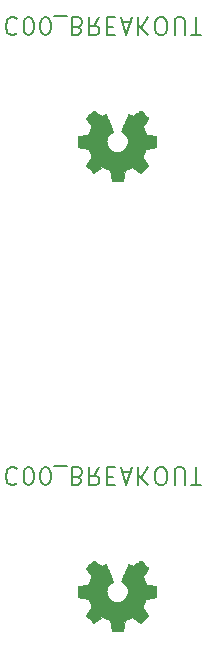
<source format=gbr>
G04 #@! TF.GenerationSoftware,KiCad,Pcbnew,5.1.5-52549c5~86~ubuntu18.04.1*
G04 #@! TF.CreationDate,2020-09-25T00:18:03-05:00*
G04 #@! TF.ProjectId,,58585858-5858-4585-9858-585858585858,rev?*
G04 #@! TF.SameCoordinates,Original*
G04 #@! TF.FileFunction,Legend,Bot*
G04 #@! TF.FilePolarity,Positive*
%FSLAX46Y46*%
G04 Gerber Fmt 4.6, Leading zero omitted, Abs format (unit mm)*
G04 Created by KiCad (PCBNEW 5.1.5-52549c5~86~ubuntu18.04.1) date 2020-09-25 00:18:03*
%MOMM*%
%LPD*%
G04 APERTURE LIST*
%ADD10C,0.150000*%
%ADD11C,0.010000*%
G04 APERTURE END LIST*
D10*
X96058400Y-70508085D02*
X95986971Y-70436657D01*
X95772685Y-70365228D01*
X95629828Y-70365228D01*
X95415542Y-70436657D01*
X95272685Y-70579514D01*
X95201257Y-70722371D01*
X95129828Y-71008085D01*
X95129828Y-71222371D01*
X95201257Y-71508085D01*
X95272685Y-71650942D01*
X95415542Y-71793800D01*
X95629828Y-71865228D01*
X95772685Y-71865228D01*
X95986971Y-71793800D01*
X96058400Y-71722371D01*
X96986971Y-71865228D02*
X97129828Y-71865228D01*
X97272685Y-71793800D01*
X97344114Y-71722371D01*
X97415542Y-71579514D01*
X97486971Y-71293800D01*
X97486971Y-70936657D01*
X97415542Y-70650942D01*
X97344114Y-70508085D01*
X97272685Y-70436657D01*
X97129828Y-70365228D01*
X96986971Y-70365228D01*
X96844114Y-70436657D01*
X96772685Y-70508085D01*
X96701257Y-70650942D01*
X96629828Y-70936657D01*
X96629828Y-71293800D01*
X96701257Y-71579514D01*
X96772685Y-71722371D01*
X96844114Y-71793800D01*
X96986971Y-71865228D01*
X98415542Y-71865228D02*
X98558400Y-71865228D01*
X98701257Y-71793800D01*
X98772685Y-71722371D01*
X98844114Y-71579514D01*
X98915542Y-71293800D01*
X98915542Y-70936657D01*
X98844114Y-70650942D01*
X98772685Y-70508085D01*
X98701257Y-70436657D01*
X98558400Y-70365228D01*
X98415542Y-70365228D01*
X98272685Y-70436657D01*
X98201257Y-70508085D01*
X98129828Y-70650942D01*
X98058400Y-70936657D01*
X98058400Y-71293800D01*
X98129828Y-71579514D01*
X98201257Y-71722371D01*
X98272685Y-71793800D01*
X98415542Y-71865228D01*
X99201257Y-70222371D02*
X100344114Y-70222371D01*
X101201257Y-71150942D02*
X101415542Y-71079514D01*
X101486971Y-71008085D01*
X101558400Y-70865228D01*
X101558400Y-70650942D01*
X101486971Y-70508085D01*
X101415542Y-70436657D01*
X101272685Y-70365228D01*
X100701257Y-70365228D01*
X100701257Y-71865228D01*
X101201257Y-71865228D01*
X101344114Y-71793800D01*
X101415542Y-71722371D01*
X101486971Y-71579514D01*
X101486971Y-71436657D01*
X101415542Y-71293800D01*
X101344114Y-71222371D01*
X101201257Y-71150942D01*
X100701257Y-71150942D01*
X103058400Y-70365228D02*
X102558400Y-71079514D01*
X102201257Y-70365228D02*
X102201257Y-71865228D01*
X102772685Y-71865228D01*
X102915542Y-71793800D01*
X102986971Y-71722371D01*
X103058400Y-71579514D01*
X103058400Y-71365228D01*
X102986971Y-71222371D01*
X102915542Y-71150942D01*
X102772685Y-71079514D01*
X102201257Y-71079514D01*
X103701257Y-71150942D02*
X104201257Y-71150942D01*
X104415542Y-70365228D02*
X103701257Y-70365228D01*
X103701257Y-71865228D01*
X104415542Y-71865228D01*
X104986971Y-70793800D02*
X105701257Y-70793800D01*
X104844114Y-70365228D02*
X105344114Y-71865228D01*
X105844114Y-70365228D01*
X106344114Y-70365228D02*
X106344114Y-71865228D01*
X107201257Y-70365228D02*
X106558400Y-71222371D01*
X107201257Y-71865228D02*
X106344114Y-71008085D01*
X108129828Y-71865228D02*
X108415542Y-71865228D01*
X108558400Y-71793800D01*
X108701257Y-71650942D01*
X108772685Y-71365228D01*
X108772685Y-70865228D01*
X108701257Y-70579514D01*
X108558400Y-70436657D01*
X108415542Y-70365228D01*
X108129828Y-70365228D01*
X107986971Y-70436657D01*
X107844114Y-70579514D01*
X107772685Y-70865228D01*
X107772685Y-71365228D01*
X107844114Y-71650942D01*
X107986971Y-71793800D01*
X108129828Y-71865228D01*
X109415542Y-71865228D02*
X109415542Y-70650942D01*
X109486971Y-70508085D01*
X109558400Y-70436657D01*
X109701257Y-70365228D01*
X109986971Y-70365228D01*
X110129828Y-70436657D01*
X110201257Y-70508085D01*
X110272685Y-70650942D01*
X110272685Y-71865228D01*
X110772685Y-71865228D02*
X111629828Y-71865228D01*
X111201257Y-70365228D02*
X111201257Y-71865228D01*
X96058400Y-32408085D02*
X95986971Y-32336657D01*
X95772685Y-32265228D01*
X95629828Y-32265228D01*
X95415542Y-32336657D01*
X95272685Y-32479514D01*
X95201257Y-32622371D01*
X95129828Y-32908085D01*
X95129828Y-33122371D01*
X95201257Y-33408085D01*
X95272685Y-33550942D01*
X95415542Y-33693800D01*
X95629828Y-33765228D01*
X95772685Y-33765228D01*
X95986971Y-33693800D01*
X96058400Y-33622371D01*
X96986971Y-33765228D02*
X97129828Y-33765228D01*
X97272685Y-33693800D01*
X97344114Y-33622371D01*
X97415542Y-33479514D01*
X97486971Y-33193800D01*
X97486971Y-32836657D01*
X97415542Y-32550942D01*
X97344114Y-32408085D01*
X97272685Y-32336657D01*
X97129828Y-32265228D01*
X96986971Y-32265228D01*
X96844114Y-32336657D01*
X96772685Y-32408085D01*
X96701257Y-32550942D01*
X96629828Y-32836657D01*
X96629828Y-33193800D01*
X96701257Y-33479514D01*
X96772685Y-33622371D01*
X96844114Y-33693800D01*
X96986971Y-33765228D01*
X98415542Y-33765228D02*
X98558400Y-33765228D01*
X98701257Y-33693800D01*
X98772685Y-33622371D01*
X98844114Y-33479514D01*
X98915542Y-33193800D01*
X98915542Y-32836657D01*
X98844114Y-32550942D01*
X98772685Y-32408085D01*
X98701257Y-32336657D01*
X98558400Y-32265228D01*
X98415542Y-32265228D01*
X98272685Y-32336657D01*
X98201257Y-32408085D01*
X98129828Y-32550942D01*
X98058400Y-32836657D01*
X98058400Y-33193800D01*
X98129828Y-33479514D01*
X98201257Y-33622371D01*
X98272685Y-33693800D01*
X98415542Y-33765228D01*
X99201257Y-32122371D02*
X100344114Y-32122371D01*
X101201257Y-33050942D02*
X101415542Y-32979514D01*
X101486971Y-32908085D01*
X101558400Y-32765228D01*
X101558400Y-32550942D01*
X101486971Y-32408085D01*
X101415542Y-32336657D01*
X101272685Y-32265228D01*
X100701257Y-32265228D01*
X100701257Y-33765228D01*
X101201257Y-33765228D01*
X101344114Y-33693800D01*
X101415542Y-33622371D01*
X101486971Y-33479514D01*
X101486971Y-33336657D01*
X101415542Y-33193800D01*
X101344114Y-33122371D01*
X101201257Y-33050942D01*
X100701257Y-33050942D01*
X103058400Y-32265228D02*
X102558400Y-32979514D01*
X102201257Y-32265228D02*
X102201257Y-33765228D01*
X102772685Y-33765228D01*
X102915542Y-33693800D01*
X102986971Y-33622371D01*
X103058400Y-33479514D01*
X103058400Y-33265228D01*
X102986971Y-33122371D01*
X102915542Y-33050942D01*
X102772685Y-32979514D01*
X102201257Y-32979514D01*
X103701257Y-33050942D02*
X104201257Y-33050942D01*
X104415542Y-32265228D02*
X103701257Y-32265228D01*
X103701257Y-33765228D01*
X104415542Y-33765228D01*
X104986971Y-32693800D02*
X105701257Y-32693800D01*
X104844114Y-32265228D02*
X105344114Y-33765228D01*
X105844114Y-32265228D01*
X106344114Y-32265228D02*
X106344114Y-33765228D01*
X107201257Y-32265228D02*
X106558400Y-33122371D01*
X107201257Y-33765228D02*
X106344114Y-32908085D01*
X108129828Y-33765228D02*
X108415542Y-33765228D01*
X108558400Y-33693800D01*
X108701257Y-33550942D01*
X108772685Y-33265228D01*
X108772685Y-32765228D01*
X108701257Y-32479514D01*
X108558400Y-32336657D01*
X108415542Y-32265228D01*
X108129828Y-32265228D01*
X107986971Y-32336657D01*
X107844114Y-32479514D01*
X107772685Y-32765228D01*
X107772685Y-33265228D01*
X107844114Y-33550942D01*
X107986971Y-33693800D01*
X108129828Y-33765228D01*
X109415542Y-33765228D02*
X109415542Y-32550942D01*
X109486971Y-32408085D01*
X109558400Y-32336657D01*
X109701257Y-32265228D01*
X109986971Y-32265228D01*
X110129828Y-32336657D01*
X110201257Y-32408085D01*
X110272685Y-32550942D01*
X110272685Y-33765228D01*
X110772685Y-33765228D02*
X111629828Y-33765228D01*
X111201257Y-32265228D02*
X111201257Y-33765228D01*
D11*
G36*
X105102214Y-83734869D02*
G01*
X105186035Y-83290245D01*
X105495320Y-83162747D01*
X105804606Y-83035249D01*
X106175646Y-83287554D01*
X106279557Y-83357804D01*
X106373487Y-83420528D01*
X106453052Y-83472862D01*
X106513870Y-83511943D01*
X106551557Y-83534907D01*
X106561821Y-83539858D01*
X106580310Y-83527124D01*
X106619820Y-83491918D01*
X106675922Y-83438738D01*
X106744187Y-83372082D01*
X106820186Y-83296446D01*
X106899492Y-83216328D01*
X106977675Y-83136226D01*
X107050307Y-83060636D01*
X107112959Y-82994055D01*
X107161203Y-82940982D01*
X107190610Y-82905913D01*
X107197641Y-82894177D01*
X107187523Y-82872540D01*
X107159159Y-82825138D01*
X107115529Y-82756607D01*
X107059618Y-82671585D01*
X106994406Y-82574707D01*
X106956619Y-82519450D01*
X106887743Y-82418552D01*
X106826540Y-82327501D01*
X106775978Y-82250830D01*
X106739028Y-82193072D01*
X106718658Y-82158757D01*
X106715597Y-82151546D01*
X106722536Y-82131052D01*
X106741451Y-82083287D01*
X106769487Y-82014968D01*
X106803791Y-81932811D01*
X106841509Y-81843530D01*
X106879787Y-81753842D01*
X106915770Y-81670462D01*
X106946606Y-81600106D01*
X106969439Y-81549490D01*
X106981417Y-81525329D01*
X106982124Y-81524378D01*
X107000931Y-81519764D01*
X107051018Y-81509472D01*
X107127193Y-81494513D01*
X107224265Y-81475899D01*
X107337043Y-81454641D01*
X107402842Y-81442382D01*
X107523350Y-81419438D01*
X107632197Y-81397605D01*
X107723876Y-81378078D01*
X107792881Y-81362052D01*
X107833704Y-81350721D01*
X107841911Y-81347126D01*
X107849948Y-81322794D01*
X107856433Y-81267841D01*
X107861370Y-81188692D01*
X107864764Y-81091774D01*
X107866618Y-80983513D01*
X107866938Y-80870335D01*
X107865727Y-80758665D01*
X107862990Y-80654932D01*
X107858731Y-80565559D01*
X107852955Y-80496974D01*
X107845667Y-80455603D01*
X107841295Y-80446990D01*
X107815164Y-80436667D01*
X107759793Y-80421908D01*
X107682507Y-80404448D01*
X107590630Y-80386020D01*
X107558558Y-80380059D01*
X107403924Y-80351734D01*
X107281775Y-80328924D01*
X107188073Y-80310720D01*
X107118784Y-80296217D01*
X107069871Y-80284508D01*
X107037297Y-80274685D01*
X107017028Y-80265844D01*
X107005026Y-80257076D01*
X107003347Y-80255343D01*
X106986584Y-80227429D01*
X106961014Y-80173105D01*
X106929188Y-80099023D01*
X106893660Y-80011835D01*
X106856983Y-79918192D01*
X106821711Y-79824748D01*
X106790396Y-79738153D01*
X106765593Y-79665060D01*
X106749854Y-79612122D01*
X106745732Y-79585989D01*
X106746076Y-79585074D01*
X106760041Y-79563714D01*
X106791722Y-79516716D01*
X106837791Y-79448973D01*
X106894918Y-79365377D01*
X106959773Y-79270818D01*
X106978243Y-79243946D01*
X107044099Y-79146525D01*
X107102050Y-79057637D01*
X107148938Y-78982388D01*
X107181607Y-78925880D01*
X107196900Y-78893219D01*
X107197641Y-78889207D01*
X107184792Y-78868116D01*
X107149288Y-78826336D01*
X107095693Y-78768355D01*
X107028571Y-78698665D01*
X106952487Y-78621755D01*
X106872004Y-78542117D01*
X106791687Y-78464239D01*
X106716099Y-78392614D01*
X106649805Y-78331730D01*
X106597369Y-78286079D01*
X106563355Y-78260150D01*
X106553945Y-78255917D01*
X106532043Y-78265888D01*
X106487200Y-78292780D01*
X106426721Y-78332064D01*
X106380189Y-78363683D01*
X106295875Y-78421702D01*
X106196026Y-78490016D01*
X106095873Y-78558221D01*
X106042027Y-78594725D01*
X105859771Y-78718000D01*
X105706781Y-78635280D01*
X105637082Y-78599041D01*
X105577814Y-78570874D01*
X105537711Y-78554809D01*
X105527503Y-78552574D01*
X105515229Y-78569078D01*
X105491013Y-78615718D01*
X105456663Y-78688191D01*
X105413988Y-78782194D01*
X105364794Y-78893426D01*
X105310890Y-79017585D01*
X105254084Y-79150368D01*
X105196182Y-79287473D01*
X105138993Y-79424598D01*
X105084324Y-79557442D01*
X105033984Y-79681702D01*
X104989780Y-79793075D01*
X104953519Y-79887261D01*
X104927009Y-79959956D01*
X104912058Y-80006859D01*
X104909654Y-80022967D01*
X104928711Y-80043514D01*
X104970436Y-80076867D01*
X105026106Y-80116098D01*
X105030778Y-80119201D01*
X105174664Y-80234377D01*
X105290683Y-80368747D01*
X105377830Y-80518016D01*
X105435099Y-80677887D01*
X105461486Y-80844063D01*
X105455985Y-81012248D01*
X105417590Y-81178145D01*
X105345295Y-81337458D01*
X105324026Y-81372313D01*
X105213396Y-81513063D01*
X105082702Y-81626086D01*
X104936464Y-81710797D01*
X104779208Y-81766606D01*
X104615457Y-81792926D01*
X104449733Y-81789170D01*
X104286562Y-81754750D01*
X104130465Y-81689077D01*
X103985967Y-81591565D01*
X103941269Y-81551987D01*
X103827512Y-81428097D01*
X103744618Y-81297676D01*
X103687756Y-81151485D01*
X103656087Y-81006712D01*
X103648269Y-80843940D01*
X103674338Y-80680360D01*
X103731645Y-80521502D01*
X103817544Y-80372894D01*
X103929386Y-80240065D01*
X104064523Y-80128544D01*
X104082283Y-80116789D01*
X104138550Y-80078292D01*
X104181323Y-80044937D01*
X104201772Y-80023640D01*
X104202069Y-80022967D01*
X104197679Y-79999929D01*
X104180276Y-79947643D01*
X104151668Y-79870410D01*
X104113665Y-79772532D01*
X104068074Y-79658309D01*
X104016703Y-79532042D01*
X103961362Y-79398033D01*
X103903858Y-79260582D01*
X103846001Y-79123992D01*
X103789598Y-78992563D01*
X103736458Y-78870595D01*
X103688390Y-78762391D01*
X103647201Y-78672251D01*
X103614701Y-78604477D01*
X103592697Y-78563370D01*
X103583836Y-78552574D01*
X103556760Y-78560981D01*
X103506097Y-78583528D01*
X103440583Y-78616187D01*
X103404559Y-78635280D01*
X103251568Y-78718000D01*
X103069312Y-78594725D01*
X102976275Y-78531572D01*
X102874415Y-78462073D01*
X102778962Y-78396635D01*
X102731150Y-78363683D01*
X102663905Y-78318527D01*
X102606964Y-78282743D01*
X102567754Y-78260862D01*
X102555019Y-78256237D01*
X102536483Y-78268715D01*
X102495459Y-78303548D01*
X102435925Y-78357122D01*
X102361858Y-78425817D01*
X102277235Y-78506019D01*
X102223715Y-78557514D01*
X102130081Y-78649514D01*
X102049159Y-78731801D01*
X101984223Y-78800855D01*
X101938542Y-78853156D01*
X101915389Y-78885184D01*
X101913168Y-78891684D01*
X101923476Y-78916406D01*
X101951961Y-78966395D01*
X101995463Y-79036588D01*
X102050823Y-79121925D01*
X102114880Y-79217344D01*
X102133097Y-79243946D01*
X102199473Y-79340633D01*
X102259022Y-79427683D01*
X102308416Y-79500205D01*
X102344325Y-79553307D01*
X102363419Y-79582097D01*
X102365264Y-79585074D01*
X102362505Y-79608018D01*
X102347862Y-79658464D01*
X102323887Y-79729759D01*
X102293134Y-79815253D01*
X102258156Y-79908293D01*
X102221507Y-80002226D01*
X102185739Y-80090401D01*
X102153406Y-80166166D01*
X102127062Y-80222869D01*
X102109258Y-80253857D01*
X102107993Y-80255343D01*
X102097106Y-80264199D01*
X102078718Y-80272957D01*
X102048794Y-80282523D01*
X102003297Y-80293804D01*
X101938191Y-80307707D01*
X101849439Y-80325137D01*
X101733007Y-80347002D01*
X101584858Y-80374209D01*
X101552782Y-80380059D01*
X101457714Y-80398426D01*
X101374835Y-80416395D01*
X101311470Y-80432231D01*
X101274942Y-80444200D01*
X101270044Y-80446990D01*
X101261973Y-80471728D01*
X101255413Y-80527010D01*
X101250367Y-80606411D01*
X101246841Y-80703504D01*
X101244839Y-80811862D01*
X101244364Y-80925060D01*
X101245423Y-81036672D01*
X101248018Y-81140271D01*
X101252154Y-81229432D01*
X101257837Y-81297728D01*
X101265069Y-81338734D01*
X101269429Y-81347126D01*
X101293702Y-81355592D01*
X101348974Y-81369365D01*
X101429738Y-81387250D01*
X101530488Y-81408052D01*
X101645717Y-81430577D01*
X101708498Y-81442382D01*
X101827613Y-81464649D01*
X101933835Y-81484821D01*
X102021973Y-81501885D01*
X102086834Y-81514831D01*
X102123226Y-81522645D01*
X102129216Y-81524378D01*
X102139339Y-81543910D01*
X102160738Y-81590957D01*
X102190561Y-81658797D01*
X102225955Y-81740709D01*
X102264068Y-81829972D01*
X102302047Y-81919865D01*
X102337040Y-82003665D01*
X102366194Y-82074653D01*
X102386657Y-82126106D01*
X102395577Y-82151303D01*
X102395743Y-82152404D01*
X102385631Y-82172281D01*
X102357283Y-82218023D01*
X102313677Y-82285083D01*
X102257794Y-82368916D01*
X102192613Y-82464974D01*
X102154721Y-82520150D01*
X102085675Y-82621319D01*
X102024350Y-82713170D01*
X101973737Y-82791056D01*
X101936829Y-82850331D01*
X101916618Y-82886349D01*
X101913699Y-82894423D01*
X101926247Y-82913216D01*
X101960937Y-82953343D01*
X102013337Y-83010307D01*
X102079016Y-83079615D01*
X102153544Y-83156769D01*
X102232487Y-83237275D01*
X102311417Y-83316637D01*
X102385900Y-83390360D01*
X102451506Y-83453948D01*
X102503804Y-83502906D01*
X102538361Y-83532739D01*
X102549922Y-83539858D01*
X102568746Y-83529847D01*
X102613769Y-83501722D01*
X102680613Y-83458346D01*
X102764901Y-83402582D01*
X102862256Y-83337294D01*
X102935693Y-83287554D01*
X103306733Y-83035249D01*
X103925305Y-83290245D01*
X104009125Y-83734869D01*
X104092946Y-84179493D01*
X105018394Y-84179493D01*
X105102214Y-83734869D01*
G37*
X105102214Y-83734869D02*
X105186035Y-83290245D01*
X105495320Y-83162747D01*
X105804606Y-83035249D01*
X106175646Y-83287554D01*
X106279557Y-83357804D01*
X106373487Y-83420528D01*
X106453052Y-83472862D01*
X106513870Y-83511943D01*
X106551557Y-83534907D01*
X106561821Y-83539858D01*
X106580310Y-83527124D01*
X106619820Y-83491918D01*
X106675922Y-83438738D01*
X106744187Y-83372082D01*
X106820186Y-83296446D01*
X106899492Y-83216328D01*
X106977675Y-83136226D01*
X107050307Y-83060636D01*
X107112959Y-82994055D01*
X107161203Y-82940982D01*
X107190610Y-82905913D01*
X107197641Y-82894177D01*
X107187523Y-82872540D01*
X107159159Y-82825138D01*
X107115529Y-82756607D01*
X107059618Y-82671585D01*
X106994406Y-82574707D01*
X106956619Y-82519450D01*
X106887743Y-82418552D01*
X106826540Y-82327501D01*
X106775978Y-82250830D01*
X106739028Y-82193072D01*
X106718658Y-82158757D01*
X106715597Y-82151546D01*
X106722536Y-82131052D01*
X106741451Y-82083287D01*
X106769487Y-82014968D01*
X106803791Y-81932811D01*
X106841509Y-81843530D01*
X106879787Y-81753842D01*
X106915770Y-81670462D01*
X106946606Y-81600106D01*
X106969439Y-81549490D01*
X106981417Y-81525329D01*
X106982124Y-81524378D01*
X107000931Y-81519764D01*
X107051018Y-81509472D01*
X107127193Y-81494513D01*
X107224265Y-81475899D01*
X107337043Y-81454641D01*
X107402842Y-81442382D01*
X107523350Y-81419438D01*
X107632197Y-81397605D01*
X107723876Y-81378078D01*
X107792881Y-81362052D01*
X107833704Y-81350721D01*
X107841911Y-81347126D01*
X107849948Y-81322794D01*
X107856433Y-81267841D01*
X107861370Y-81188692D01*
X107864764Y-81091774D01*
X107866618Y-80983513D01*
X107866938Y-80870335D01*
X107865727Y-80758665D01*
X107862990Y-80654932D01*
X107858731Y-80565559D01*
X107852955Y-80496974D01*
X107845667Y-80455603D01*
X107841295Y-80446990D01*
X107815164Y-80436667D01*
X107759793Y-80421908D01*
X107682507Y-80404448D01*
X107590630Y-80386020D01*
X107558558Y-80380059D01*
X107403924Y-80351734D01*
X107281775Y-80328924D01*
X107188073Y-80310720D01*
X107118784Y-80296217D01*
X107069871Y-80284508D01*
X107037297Y-80274685D01*
X107017028Y-80265844D01*
X107005026Y-80257076D01*
X107003347Y-80255343D01*
X106986584Y-80227429D01*
X106961014Y-80173105D01*
X106929188Y-80099023D01*
X106893660Y-80011835D01*
X106856983Y-79918192D01*
X106821711Y-79824748D01*
X106790396Y-79738153D01*
X106765593Y-79665060D01*
X106749854Y-79612122D01*
X106745732Y-79585989D01*
X106746076Y-79585074D01*
X106760041Y-79563714D01*
X106791722Y-79516716D01*
X106837791Y-79448973D01*
X106894918Y-79365377D01*
X106959773Y-79270818D01*
X106978243Y-79243946D01*
X107044099Y-79146525D01*
X107102050Y-79057637D01*
X107148938Y-78982388D01*
X107181607Y-78925880D01*
X107196900Y-78893219D01*
X107197641Y-78889207D01*
X107184792Y-78868116D01*
X107149288Y-78826336D01*
X107095693Y-78768355D01*
X107028571Y-78698665D01*
X106952487Y-78621755D01*
X106872004Y-78542117D01*
X106791687Y-78464239D01*
X106716099Y-78392614D01*
X106649805Y-78331730D01*
X106597369Y-78286079D01*
X106563355Y-78260150D01*
X106553945Y-78255917D01*
X106532043Y-78265888D01*
X106487200Y-78292780D01*
X106426721Y-78332064D01*
X106380189Y-78363683D01*
X106295875Y-78421702D01*
X106196026Y-78490016D01*
X106095873Y-78558221D01*
X106042027Y-78594725D01*
X105859771Y-78718000D01*
X105706781Y-78635280D01*
X105637082Y-78599041D01*
X105577814Y-78570874D01*
X105537711Y-78554809D01*
X105527503Y-78552574D01*
X105515229Y-78569078D01*
X105491013Y-78615718D01*
X105456663Y-78688191D01*
X105413988Y-78782194D01*
X105364794Y-78893426D01*
X105310890Y-79017585D01*
X105254084Y-79150368D01*
X105196182Y-79287473D01*
X105138993Y-79424598D01*
X105084324Y-79557442D01*
X105033984Y-79681702D01*
X104989780Y-79793075D01*
X104953519Y-79887261D01*
X104927009Y-79959956D01*
X104912058Y-80006859D01*
X104909654Y-80022967D01*
X104928711Y-80043514D01*
X104970436Y-80076867D01*
X105026106Y-80116098D01*
X105030778Y-80119201D01*
X105174664Y-80234377D01*
X105290683Y-80368747D01*
X105377830Y-80518016D01*
X105435099Y-80677887D01*
X105461486Y-80844063D01*
X105455985Y-81012248D01*
X105417590Y-81178145D01*
X105345295Y-81337458D01*
X105324026Y-81372313D01*
X105213396Y-81513063D01*
X105082702Y-81626086D01*
X104936464Y-81710797D01*
X104779208Y-81766606D01*
X104615457Y-81792926D01*
X104449733Y-81789170D01*
X104286562Y-81754750D01*
X104130465Y-81689077D01*
X103985967Y-81591565D01*
X103941269Y-81551987D01*
X103827512Y-81428097D01*
X103744618Y-81297676D01*
X103687756Y-81151485D01*
X103656087Y-81006712D01*
X103648269Y-80843940D01*
X103674338Y-80680360D01*
X103731645Y-80521502D01*
X103817544Y-80372894D01*
X103929386Y-80240065D01*
X104064523Y-80128544D01*
X104082283Y-80116789D01*
X104138550Y-80078292D01*
X104181323Y-80044937D01*
X104201772Y-80023640D01*
X104202069Y-80022967D01*
X104197679Y-79999929D01*
X104180276Y-79947643D01*
X104151668Y-79870410D01*
X104113665Y-79772532D01*
X104068074Y-79658309D01*
X104016703Y-79532042D01*
X103961362Y-79398033D01*
X103903858Y-79260582D01*
X103846001Y-79123992D01*
X103789598Y-78992563D01*
X103736458Y-78870595D01*
X103688390Y-78762391D01*
X103647201Y-78672251D01*
X103614701Y-78604477D01*
X103592697Y-78563370D01*
X103583836Y-78552574D01*
X103556760Y-78560981D01*
X103506097Y-78583528D01*
X103440583Y-78616187D01*
X103404559Y-78635280D01*
X103251568Y-78718000D01*
X103069312Y-78594725D01*
X102976275Y-78531572D01*
X102874415Y-78462073D01*
X102778962Y-78396635D01*
X102731150Y-78363683D01*
X102663905Y-78318527D01*
X102606964Y-78282743D01*
X102567754Y-78260862D01*
X102555019Y-78256237D01*
X102536483Y-78268715D01*
X102495459Y-78303548D01*
X102435925Y-78357122D01*
X102361858Y-78425817D01*
X102277235Y-78506019D01*
X102223715Y-78557514D01*
X102130081Y-78649514D01*
X102049159Y-78731801D01*
X101984223Y-78800855D01*
X101938542Y-78853156D01*
X101915389Y-78885184D01*
X101913168Y-78891684D01*
X101923476Y-78916406D01*
X101951961Y-78966395D01*
X101995463Y-79036588D01*
X102050823Y-79121925D01*
X102114880Y-79217344D01*
X102133097Y-79243946D01*
X102199473Y-79340633D01*
X102259022Y-79427683D01*
X102308416Y-79500205D01*
X102344325Y-79553307D01*
X102363419Y-79582097D01*
X102365264Y-79585074D01*
X102362505Y-79608018D01*
X102347862Y-79658464D01*
X102323887Y-79729759D01*
X102293134Y-79815253D01*
X102258156Y-79908293D01*
X102221507Y-80002226D01*
X102185739Y-80090401D01*
X102153406Y-80166166D01*
X102127062Y-80222869D01*
X102109258Y-80253857D01*
X102107993Y-80255343D01*
X102097106Y-80264199D01*
X102078718Y-80272957D01*
X102048794Y-80282523D01*
X102003297Y-80293804D01*
X101938191Y-80307707D01*
X101849439Y-80325137D01*
X101733007Y-80347002D01*
X101584858Y-80374209D01*
X101552782Y-80380059D01*
X101457714Y-80398426D01*
X101374835Y-80416395D01*
X101311470Y-80432231D01*
X101274942Y-80444200D01*
X101270044Y-80446990D01*
X101261973Y-80471728D01*
X101255413Y-80527010D01*
X101250367Y-80606411D01*
X101246841Y-80703504D01*
X101244839Y-80811862D01*
X101244364Y-80925060D01*
X101245423Y-81036672D01*
X101248018Y-81140271D01*
X101252154Y-81229432D01*
X101257837Y-81297728D01*
X101265069Y-81338734D01*
X101269429Y-81347126D01*
X101293702Y-81355592D01*
X101348974Y-81369365D01*
X101429738Y-81387250D01*
X101530488Y-81408052D01*
X101645717Y-81430577D01*
X101708498Y-81442382D01*
X101827613Y-81464649D01*
X101933835Y-81484821D01*
X102021973Y-81501885D01*
X102086834Y-81514831D01*
X102123226Y-81522645D01*
X102129216Y-81524378D01*
X102139339Y-81543910D01*
X102160738Y-81590957D01*
X102190561Y-81658797D01*
X102225955Y-81740709D01*
X102264068Y-81829972D01*
X102302047Y-81919865D01*
X102337040Y-82003665D01*
X102366194Y-82074653D01*
X102386657Y-82126106D01*
X102395577Y-82151303D01*
X102395743Y-82152404D01*
X102385631Y-82172281D01*
X102357283Y-82218023D01*
X102313677Y-82285083D01*
X102257794Y-82368916D01*
X102192613Y-82464974D01*
X102154721Y-82520150D01*
X102085675Y-82621319D01*
X102024350Y-82713170D01*
X101973737Y-82791056D01*
X101936829Y-82850331D01*
X101916618Y-82886349D01*
X101913699Y-82894423D01*
X101926247Y-82913216D01*
X101960937Y-82953343D01*
X102013337Y-83010307D01*
X102079016Y-83079615D01*
X102153544Y-83156769D01*
X102232487Y-83237275D01*
X102311417Y-83316637D01*
X102385900Y-83390360D01*
X102451506Y-83453948D01*
X102503804Y-83502906D01*
X102538361Y-83532739D01*
X102549922Y-83539858D01*
X102568746Y-83529847D01*
X102613769Y-83501722D01*
X102680613Y-83458346D01*
X102764901Y-83402582D01*
X102862256Y-83337294D01*
X102935693Y-83287554D01*
X103306733Y-83035249D01*
X103925305Y-83290245D01*
X104009125Y-83734869D01*
X104092946Y-84179493D01*
X105018394Y-84179493D01*
X105102214Y-83734869D01*
G36*
X105102214Y-45634869D02*
G01*
X105186035Y-45190245D01*
X105495320Y-45062747D01*
X105804606Y-44935249D01*
X106175646Y-45187554D01*
X106279557Y-45257804D01*
X106373487Y-45320528D01*
X106453052Y-45372862D01*
X106513870Y-45411943D01*
X106551557Y-45434907D01*
X106561821Y-45439858D01*
X106580310Y-45427124D01*
X106619820Y-45391918D01*
X106675922Y-45338738D01*
X106744187Y-45272082D01*
X106820186Y-45196446D01*
X106899492Y-45116328D01*
X106977675Y-45036226D01*
X107050307Y-44960636D01*
X107112959Y-44894055D01*
X107161203Y-44840982D01*
X107190610Y-44805913D01*
X107197641Y-44794177D01*
X107187523Y-44772540D01*
X107159159Y-44725138D01*
X107115529Y-44656607D01*
X107059618Y-44571585D01*
X106994406Y-44474707D01*
X106956619Y-44419450D01*
X106887743Y-44318552D01*
X106826540Y-44227501D01*
X106775978Y-44150830D01*
X106739028Y-44093072D01*
X106718658Y-44058757D01*
X106715597Y-44051546D01*
X106722536Y-44031052D01*
X106741451Y-43983287D01*
X106769487Y-43914968D01*
X106803791Y-43832811D01*
X106841509Y-43743530D01*
X106879787Y-43653842D01*
X106915770Y-43570462D01*
X106946606Y-43500106D01*
X106969439Y-43449490D01*
X106981417Y-43425329D01*
X106982124Y-43424378D01*
X107000931Y-43419764D01*
X107051018Y-43409472D01*
X107127193Y-43394513D01*
X107224265Y-43375899D01*
X107337043Y-43354641D01*
X107402842Y-43342382D01*
X107523350Y-43319438D01*
X107632197Y-43297605D01*
X107723876Y-43278078D01*
X107792881Y-43262052D01*
X107833704Y-43250721D01*
X107841911Y-43247126D01*
X107849948Y-43222794D01*
X107856433Y-43167841D01*
X107861370Y-43088692D01*
X107864764Y-42991774D01*
X107866618Y-42883513D01*
X107866938Y-42770335D01*
X107865727Y-42658665D01*
X107862990Y-42554932D01*
X107858731Y-42465559D01*
X107852955Y-42396974D01*
X107845667Y-42355603D01*
X107841295Y-42346990D01*
X107815164Y-42336667D01*
X107759793Y-42321908D01*
X107682507Y-42304448D01*
X107590630Y-42286020D01*
X107558558Y-42280059D01*
X107403924Y-42251734D01*
X107281775Y-42228924D01*
X107188073Y-42210720D01*
X107118784Y-42196217D01*
X107069871Y-42184508D01*
X107037297Y-42174685D01*
X107017028Y-42165844D01*
X107005026Y-42157076D01*
X107003347Y-42155343D01*
X106986584Y-42127429D01*
X106961014Y-42073105D01*
X106929188Y-41999023D01*
X106893660Y-41911835D01*
X106856983Y-41818192D01*
X106821711Y-41724748D01*
X106790396Y-41638153D01*
X106765593Y-41565060D01*
X106749854Y-41512122D01*
X106745732Y-41485989D01*
X106746076Y-41485074D01*
X106760041Y-41463714D01*
X106791722Y-41416716D01*
X106837791Y-41348973D01*
X106894918Y-41265377D01*
X106959773Y-41170818D01*
X106978243Y-41143946D01*
X107044099Y-41046525D01*
X107102050Y-40957637D01*
X107148938Y-40882388D01*
X107181607Y-40825880D01*
X107196900Y-40793219D01*
X107197641Y-40789207D01*
X107184792Y-40768116D01*
X107149288Y-40726336D01*
X107095693Y-40668355D01*
X107028571Y-40598665D01*
X106952487Y-40521755D01*
X106872004Y-40442117D01*
X106791687Y-40364239D01*
X106716099Y-40292614D01*
X106649805Y-40231730D01*
X106597369Y-40186079D01*
X106563355Y-40160150D01*
X106553945Y-40155917D01*
X106532043Y-40165888D01*
X106487200Y-40192780D01*
X106426721Y-40232064D01*
X106380189Y-40263683D01*
X106295875Y-40321702D01*
X106196026Y-40390016D01*
X106095873Y-40458221D01*
X106042027Y-40494725D01*
X105859771Y-40618000D01*
X105706781Y-40535280D01*
X105637082Y-40499041D01*
X105577814Y-40470874D01*
X105537711Y-40454809D01*
X105527503Y-40452574D01*
X105515229Y-40469078D01*
X105491013Y-40515718D01*
X105456663Y-40588191D01*
X105413988Y-40682194D01*
X105364794Y-40793426D01*
X105310890Y-40917585D01*
X105254084Y-41050368D01*
X105196182Y-41187473D01*
X105138993Y-41324598D01*
X105084324Y-41457442D01*
X105033984Y-41581702D01*
X104989780Y-41693075D01*
X104953519Y-41787261D01*
X104927009Y-41859956D01*
X104912058Y-41906859D01*
X104909654Y-41922967D01*
X104928711Y-41943514D01*
X104970436Y-41976867D01*
X105026106Y-42016098D01*
X105030778Y-42019201D01*
X105174664Y-42134377D01*
X105290683Y-42268747D01*
X105377830Y-42418016D01*
X105435099Y-42577887D01*
X105461486Y-42744063D01*
X105455985Y-42912248D01*
X105417590Y-43078145D01*
X105345295Y-43237458D01*
X105324026Y-43272313D01*
X105213396Y-43413063D01*
X105082702Y-43526086D01*
X104936464Y-43610797D01*
X104779208Y-43666606D01*
X104615457Y-43692926D01*
X104449733Y-43689170D01*
X104286562Y-43654750D01*
X104130465Y-43589077D01*
X103985967Y-43491565D01*
X103941269Y-43451987D01*
X103827512Y-43328097D01*
X103744618Y-43197676D01*
X103687756Y-43051485D01*
X103656087Y-42906712D01*
X103648269Y-42743940D01*
X103674338Y-42580360D01*
X103731645Y-42421502D01*
X103817544Y-42272894D01*
X103929386Y-42140065D01*
X104064523Y-42028544D01*
X104082283Y-42016789D01*
X104138550Y-41978292D01*
X104181323Y-41944937D01*
X104201772Y-41923640D01*
X104202069Y-41922967D01*
X104197679Y-41899929D01*
X104180276Y-41847643D01*
X104151668Y-41770410D01*
X104113665Y-41672532D01*
X104068074Y-41558309D01*
X104016703Y-41432042D01*
X103961362Y-41298033D01*
X103903858Y-41160582D01*
X103846001Y-41023992D01*
X103789598Y-40892563D01*
X103736458Y-40770595D01*
X103688390Y-40662391D01*
X103647201Y-40572251D01*
X103614701Y-40504477D01*
X103592697Y-40463370D01*
X103583836Y-40452574D01*
X103556760Y-40460981D01*
X103506097Y-40483528D01*
X103440583Y-40516187D01*
X103404559Y-40535280D01*
X103251568Y-40618000D01*
X103069312Y-40494725D01*
X102976275Y-40431572D01*
X102874415Y-40362073D01*
X102778962Y-40296635D01*
X102731150Y-40263683D01*
X102663905Y-40218527D01*
X102606964Y-40182743D01*
X102567754Y-40160862D01*
X102555019Y-40156237D01*
X102536483Y-40168715D01*
X102495459Y-40203548D01*
X102435925Y-40257122D01*
X102361858Y-40325817D01*
X102277235Y-40406019D01*
X102223715Y-40457514D01*
X102130081Y-40549514D01*
X102049159Y-40631801D01*
X101984223Y-40700855D01*
X101938542Y-40753156D01*
X101915389Y-40785184D01*
X101913168Y-40791684D01*
X101923476Y-40816406D01*
X101951961Y-40866395D01*
X101995463Y-40936588D01*
X102050823Y-41021925D01*
X102114880Y-41117344D01*
X102133097Y-41143946D01*
X102199473Y-41240633D01*
X102259022Y-41327683D01*
X102308416Y-41400205D01*
X102344325Y-41453307D01*
X102363419Y-41482097D01*
X102365264Y-41485074D01*
X102362505Y-41508018D01*
X102347862Y-41558464D01*
X102323887Y-41629759D01*
X102293134Y-41715253D01*
X102258156Y-41808293D01*
X102221507Y-41902226D01*
X102185739Y-41990401D01*
X102153406Y-42066166D01*
X102127062Y-42122869D01*
X102109258Y-42153857D01*
X102107993Y-42155343D01*
X102097106Y-42164199D01*
X102078718Y-42172957D01*
X102048794Y-42182523D01*
X102003297Y-42193804D01*
X101938191Y-42207707D01*
X101849439Y-42225137D01*
X101733007Y-42247002D01*
X101584858Y-42274209D01*
X101552782Y-42280059D01*
X101457714Y-42298426D01*
X101374835Y-42316395D01*
X101311470Y-42332231D01*
X101274942Y-42344200D01*
X101270044Y-42346990D01*
X101261973Y-42371728D01*
X101255413Y-42427010D01*
X101250367Y-42506411D01*
X101246841Y-42603504D01*
X101244839Y-42711862D01*
X101244364Y-42825060D01*
X101245423Y-42936672D01*
X101248018Y-43040271D01*
X101252154Y-43129432D01*
X101257837Y-43197728D01*
X101265069Y-43238734D01*
X101269429Y-43247126D01*
X101293702Y-43255592D01*
X101348974Y-43269365D01*
X101429738Y-43287250D01*
X101530488Y-43308052D01*
X101645717Y-43330577D01*
X101708498Y-43342382D01*
X101827613Y-43364649D01*
X101933835Y-43384821D01*
X102021973Y-43401885D01*
X102086834Y-43414831D01*
X102123226Y-43422645D01*
X102129216Y-43424378D01*
X102139339Y-43443910D01*
X102160738Y-43490957D01*
X102190561Y-43558797D01*
X102225955Y-43640709D01*
X102264068Y-43729972D01*
X102302047Y-43819865D01*
X102337040Y-43903665D01*
X102366194Y-43974653D01*
X102386657Y-44026106D01*
X102395577Y-44051303D01*
X102395743Y-44052404D01*
X102385631Y-44072281D01*
X102357283Y-44118023D01*
X102313677Y-44185083D01*
X102257794Y-44268916D01*
X102192613Y-44364974D01*
X102154721Y-44420150D01*
X102085675Y-44521319D01*
X102024350Y-44613170D01*
X101973737Y-44691056D01*
X101936829Y-44750331D01*
X101916618Y-44786349D01*
X101913699Y-44794423D01*
X101926247Y-44813216D01*
X101960937Y-44853343D01*
X102013337Y-44910307D01*
X102079016Y-44979615D01*
X102153544Y-45056769D01*
X102232487Y-45137275D01*
X102311417Y-45216637D01*
X102385900Y-45290360D01*
X102451506Y-45353948D01*
X102503804Y-45402906D01*
X102538361Y-45432739D01*
X102549922Y-45439858D01*
X102568746Y-45429847D01*
X102613769Y-45401722D01*
X102680613Y-45358346D01*
X102764901Y-45302582D01*
X102862256Y-45237294D01*
X102935693Y-45187554D01*
X103306733Y-44935249D01*
X103925305Y-45190245D01*
X104009125Y-45634869D01*
X104092946Y-46079493D01*
X105018394Y-46079493D01*
X105102214Y-45634869D01*
G37*
X105102214Y-45634869D02*
X105186035Y-45190245D01*
X105495320Y-45062747D01*
X105804606Y-44935249D01*
X106175646Y-45187554D01*
X106279557Y-45257804D01*
X106373487Y-45320528D01*
X106453052Y-45372862D01*
X106513870Y-45411943D01*
X106551557Y-45434907D01*
X106561821Y-45439858D01*
X106580310Y-45427124D01*
X106619820Y-45391918D01*
X106675922Y-45338738D01*
X106744187Y-45272082D01*
X106820186Y-45196446D01*
X106899492Y-45116328D01*
X106977675Y-45036226D01*
X107050307Y-44960636D01*
X107112959Y-44894055D01*
X107161203Y-44840982D01*
X107190610Y-44805913D01*
X107197641Y-44794177D01*
X107187523Y-44772540D01*
X107159159Y-44725138D01*
X107115529Y-44656607D01*
X107059618Y-44571585D01*
X106994406Y-44474707D01*
X106956619Y-44419450D01*
X106887743Y-44318552D01*
X106826540Y-44227501D01*
X106775978Y-44150830D01*
X106739028Y-44093072D01*
X106718658Y-44058757D01*
X106715597Y-44051546D01*
X106722536Y-44031052D01*
X106741451Y-43983287D01*
X106769487Y-43914968D01*
X106803791Y-43832811D01*
X106841509Y-43743530D01*
X106879787Y-43653842D01*
X106915770Y-43570462D01*
X106946606Y-43500106D01*
X106969439Y-43449490D01*
X106981417Y-43425329D01*
X106982124Y-43424378D01*
X107000931Y-43419764D01*
X107051018Y-43409472D01*
X107127193Y-43394513D01*
X107224265Y-43375899D01*
X107337043Y-43354641D01*
X107402842Y-43342382D01*
X107523350Y-43319438D01*
X107632197Y-43297605D01*
X107723876Y-43278078D01*
X107792881Y-43262052D01*
X107833704Y-43250721D01*
X107841911Y-43247126D01*
X107849948Y-43222794D01*
X107856433Y-43167841D01*
X107861370Y-43088692D01*
X107864764Y-42991774D01*
X107866618Y-42883513D01*
X107866938Y-42770335D01*
X107865727Y-42658665D01*
X107862990Y-42554932D01*
X107858731Y-42465559D01*
X107852955Y-42396974D01*
X107845667Y-42355603D01*
X107841295Y-42346990D01*
X107815164Y-42336667D01*
X107759793Y-42321908D01*
X107682507Y-42304448D01*
X107590630Y-42286020D01*
X107558558Y-42280059D01*
X107403924Y-42251734D01*
X107281775Y-42228924D01*
X107188073Y-42210720D01*
X107118784Y-42196217D01*
X107069871Y-42184508D01*
X107037297Y-42174685D01*
X107017028Y-42165844D01*
X107005026Y-42157076D01*
X107003347Y-42155343D01*
X106986584Y-42127429D01*
X106961014Y-42073105D01*
X106929188Y-41999023D01*
X106893660Y-41911835D01*
X106856983Y-41818192D01*
X106821711Y-41724748D01*
X106790396Y-41638153D01*
X106765593Y-41565060D01*
X106749854Y-41512122D01*
X106745732Y-41485989D01*
X106746076Y-41485074D01*
X106760041Y-41463714D01*
X106791722Y-41416716D01*
X106837791Y-41348973D01*
X106894918Y-41265377D01*
X106959773Y-41170818D01*
X106978243Y-41143946D01*
X107044099Y-41046525D01*
X107102050Y-40957637D01*
X107148938Y-40882388D01*
X107181607Y-40825880D01*
X107196900Y-40793219D01*
X107197641Y-40789207D01*
X107184792Y-40768116D01*
X107149288Y-40726336D01*
X107095693Y-40668355D01*
X107028571Y-40598665D01*
X106952487Y-40521755D01*
X106872004Y-40442117D01*
X106791687Y-40364239D01*
X106716099Y-40292614D01*
X106649805Y-40231730D01*
X106597369Y-40186079D01*
X106563355Y-40160150D01*
X106553945Y-40155917D01*
X106532043Y-40165888D01*
X106487200Y-40192780D01*
X106426721Y-40232064D01*
X106380189Y-40263683D01*
X106295875Y-40321702D01*
X106196026Y-40390016D01*
X106095873Y-40458221D01*
X106042027Y-40494725D01*
X105859771Y-40618000D01*
X105706781Y-40535280D01*
X105637082Y-40499041D01*
X105577814Y-40470874D01*
X105537711Y-40454809D01*
X105527503Y-40452574D01*
X105515229Y-40469078D01*
X105491013Y-40515718D01*
X105456663Y-40588191D01*
X105413988Y-40682194D01*
X105364794Y-40793426D01*
X105310890Y-40917585D01*
X105254084Y-41050368D01*
X105196182Y-41187473D01*
X105138993Y-41324598D01*
X105084324Y-41457442D01*
X105033984Y-41581702D01*
X104989780Y-41693075D01*
X104953519Y-41787261D01*
X104927009Y-41859956D01*
X104912058Y-41906859D01*
X104909654Y-41922967D01*
X104928711Y-41943514D01*
X104970436Y-41976867D01*
X105026106Y-42016098D01*
X105030778Y-42019201D01*
X105174664Y-42134377D01*
X105290683Y-42268747D01*
X105377830Y-42418016D01*
X105435099Y-42577887D01*
X105461486Y-42744063D01*
X105455985Y-42912248D01*
X105417590Y-43078145D01*
X105345295Y-43237458D01*
X105324026Y-43272313D01*
X105213396Y-43413063D01*
X105082702Y-43526086D01*
X104936464Y-43610797D01*
X104779208Y-43666606D01*
X104615457Y-43692926D01*
X104449733Y-43689170D01*
X104286562Y-43654750D01*
X104130465Y-43589077D01*
X103985967Y-43491565D01*
X103941269Y-43451987D01*
X103827512Y-43328097D01*
X103744618Y-43197676D01*
X103687756Y-43051485D01*
X103656087Y-42906712D01*
X103648269Y-42743940D01*
X103674338Y-42580360D01*
X103731645Y-42421502D01*
X103817544Y-42272894D01*
X103929386Y-42140065D01*
X104064523Y-42028544D01*
X104082283Y-42016789D01*
X104138550Y-41978292D01*
X104181323Y-41944937D01*
X104201772Y-41923640D01*
X104202069Y-41922967D01*
X104197679Y-41899929D01*
X104180276Y-41847643D01*
X104151668Y-41770410D01*
X104113665Y-41672532D01*
X104068074Y-41558309D01*
X104016703Y-41432042D01*
X103961362Y-41298033D01*
X103903858Y-41160582D01*
X103846001Y-41023992D01*
X103789598Y-40892563D01*
X103736458Y-40770595D01*
X103688390Y-40662391D01*
X103647201Y-40572251D01*
X103614701Y-40504477D01*
X103592697Y-40463370D01*
X103583836Y-40452574D01*
X103556760Y-40460981D01*
X103506097Y-40483528D01*
X103440583Y-40516187D01*
X103404559Y-40535280D01*
X103251568Y-40618000D01*
X103069312Y-40494725D01*
X102976275Y-40431572D01*
X102874415Y-40362073D01*
X102778962Y-40296635D01*
X102731150Y-40263683D01*
X102663905Y-40218527D01*
X102606964Y-40182743D01*
X102567754Y-40160862D01*
X102555019Y-40156237D01*
X102536483Y-40168715D01*
X102495459Y-40203548D01*
X102435925Y-40257122D01*
X102361858Y-40325817D01*
X102277235Y-40406019D01*
X102223715Y-40457514D01*
X102130081Y-40549514D01*
X102049159Y-40631801D01*
X101984223Y-40700855D01*
X101938542Y-40753156D01*
X101915389Y-40785184D01*
X101913168Y-40791684D01*
X101923476Y-40816406D01*
X101951961Y-40866395D01*
X101995463Y-40936588D01*
X102050823Y-41021925D01*
X102114880Y-41117344D01*
X102133097Y-41143946D01*
X102199473Y-41240633D01*
X102259022Y-41327683D01*
X102308416Y-41400205D01*
X102344325Y-41453307D01*
X102363419Y-41482097D01*
X102365264Y-41485074D01*
X102362505Y-41508018D01*
X102347862Y-41558464D01*
X102323887Y-41629759D01*
X102293134Y-41715253D01*
X102258156Y-41808293D01*
X102221507Y-41902226D01*
X102185739Y-41990401D01*
X102153406Y-42066166D01*
X102127062Y-42122869D01*
X102109258Y-42153857D01*
X102107993Y-42155343D01*
X102097106Y-42164199D01*
X102078718Y-42172957D01*
X102048794Y-42182523D01*
X102003297Y-42193804D01*
X101938191Y-42207707D01*
X101849439Y-42225137D01*
X101733007Y-42247002D01*
X101584858Y-42274209D01*
X101552782Y-42280059D01*
X101457714Y-42298426D01*
X101374835Y-42316395D01*
X101311470Y-42332231D01*
X101274942Y-42344200D01*
X101270044Y-42346990D01*
X101261973Y-42371728D01*
X101255413Y-42427010D01*
X101250367Y-42506411D01*
X101246841Y-42603504D01*
X101244839Y-42711862D01*
X101244364Y-42825060D01*
X101245423Y-42936672D01*
X101248018Y-43040271D01*
X101252154Y-43129432D01*
X101257837Y-43197728D01*
X101265069Y-43238734D01*
X101269429Y-43247126D01*
X101293702Y-43255592D01*
X101348974Y-43269365D01*
X101429738Y-43287250D01*
X101530488Y-43308052D01*
X101645717Y-43330577D01*
X101708498Y-43342382D01*
X101827613Y-43364649D01*
X101933835Y-43384821D01*
X102021973Y-43401885D01*
X102086834Y-43414831D01*
X102123226Y-43422645D01*
X102129216Y-43424378D01*
X102139339Y-43443910D01*
X102160738Y-43490957D01*
X102190561Y-43558797D01*
X102225955Y-43640709D01*
X102264068Y-43729972D01*
X102302047Y-43819865D01*
X102337040Y-43903665D01*
X102366194Y-43974653D01*
X102386657Y-44026106D01*
X102395577Y-44051303D01*
X102395743Y-44052404D01*
X102385631Y-44072281D01*
X102357283Y-44118023D01*
X102313677Y-44185083D01*
X102257794Y-44268916D01*
X102192613Y-44364974D01*
X102154721Y-44420150D01*
X102085675Y-44521319D01*
X102024350Y-44613170D01*
X101973737Y-44691056D01*
X101936829Y-44750331D01*
X101916618Y-44786349D01*
X101913699Y-44794423D01*
X101926247Y-44813216D01*
X101960937Y-44853343D01*
X102013337Y-44910307D01*
X102079016Y-44979615D01*
X102153544Y-45056769D01*
X102232487Y-45137275D01*
X102311417Y-45216637D01*
X102385900Y-45290360D01*
X102451506Y-45353948D01*
X102503804Y-45402906D01*
X102538361Y-45432739D01*
X102549922Y-45439858D01*
X102568746Y-45429847D01*
X102613769Y-45401722D01*
X102680613Y-45358346D01*
X102764901Y-45302582D01*
X102862256Y-45237294D01*
X102935693Y-45187554D01*
X103306733Y-44935249D01*
X103925305Y-45190245D01*
X104009125Y-45634869D01*
X104092946Y-46079493D01*
X105018394Y-46079493D01*
X105102214Y-45634869D01*
M02*

</source>
